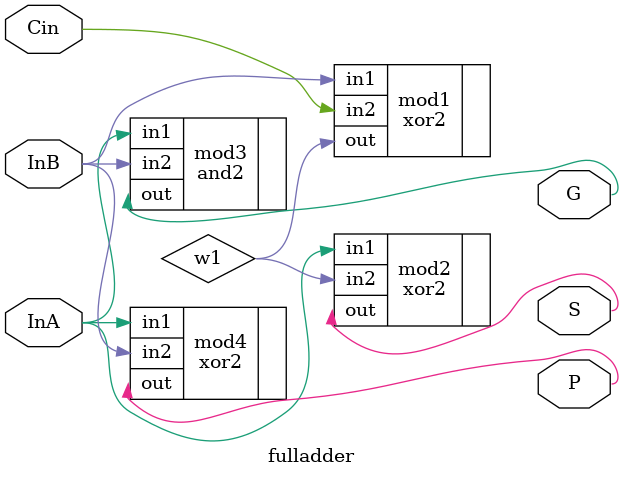
<source format=v>
module fulladder(S, P, G, InA, InB, Cin);
    input InA, InB, Cin;
    output S, P, G;
    wire w1;
    xor2 mod1(.in1(InB), .in2(Cin), .out(w1));
    xor2 mod2(.in1(InA), .in2(w1), .out(S));
    and2 mod3(.in1(InA), .in2(InB), .out(G));
    xor2 mod4(.in1(InA), .in2(InB), .out(P));
    //can also use or to implement P
endmodule

</source>
